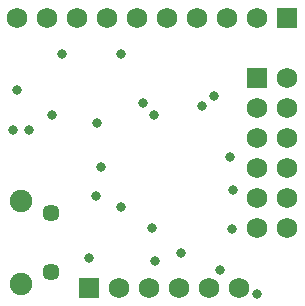
<source format=gbs>
G04*
G04 #@! TF.GenerationSoftware,Altium Limited,Altium Designer,20.1.10 (176)*
G04*
G04 Layer_Color=16711935*
%FSLAX25Y25*%
%MOIN*%
G70*
G04*
G04 #@! TF.SameCoordinates,6E20D0A3-D42C-41D8-968C-EC961EFE1350*
G04*
G04*
G04 #@! TF.FilePolarity,Negative*
G04*
G01*
G75*
%ADD41C,0.06800*%
%ADD42R,0.06800X0.06800*%
%ADD43C,0.07493*%
%ADD44C,0.05721*%
%ADD45R,0.06800X0.06800*%
%ADD46C,0.03300*%
D41*
X85000Y25000D02*
D03*
X95000D02*
D03*
X85000Y35000D02*
D03*
Y45000D02*
D03*
Y65000D02*
D03*
Y55000D02*
D03*
X95000D02*
D03*
Y65000D02*
D03*
Y75000D02*
D03*
Y45000D02*
D03*
Y35000D02*
D03*
X5000Y95000D02*
D03*
X15000D02*
D03*
X25000D02*
D03*
X35000D02*
D03*
X45000D02*
D03*
X55000D02*
D03*
X65000D02*
D03*
X85000D02*
D03*
X75000D02*
D03*
X49000Y5000D02*
D03*
X39000D02*
D03*
X59000D02*
D03*
X69000D02*
D03*
X79000D02*
D03*
D42*
X85000Y75000D02*
D03*
D43*
X6209Y6221D02*
D03*
Y33779D02*
D03*
D44*
X16248Y29842D02*
D03*
Y10158D02*
D03*
D45*
X95000Y95000D02*
D03*
X29000Y5000D02*
D03*
D46*
X85000Y3000D02*
D03*
X76500Y24500D02*
D03*
X66500Y65500D02*
D03*
X16500Y62500D02*
D03*
X77000Y37500D02*
D03*
X70500Y69000D02*
D03*
X39500Y31825D02*
D03*
Y83000D02*
D03*
X59650Y16650D02*
D03*
X49850Y25000D02*
D03*
X4937Y71063D02*
D03*
X47000Y66500D02*
D03*
X20000Y83000D02*
D03*
X31500Y60000D02*
D03*
X76000Y48500D02*
D03*
X31154Y35500D02*
D03*
X9000Y57500D02*
D03*
X3500D02*
D03*
X50500Y62500D02*
D03*
X28850Y14850D02*
D03*
X51000Y14000D02*
D03*
X72500Y11000D02*
D03*
X32724Y45276D02*
D03*
M02*

</source>
